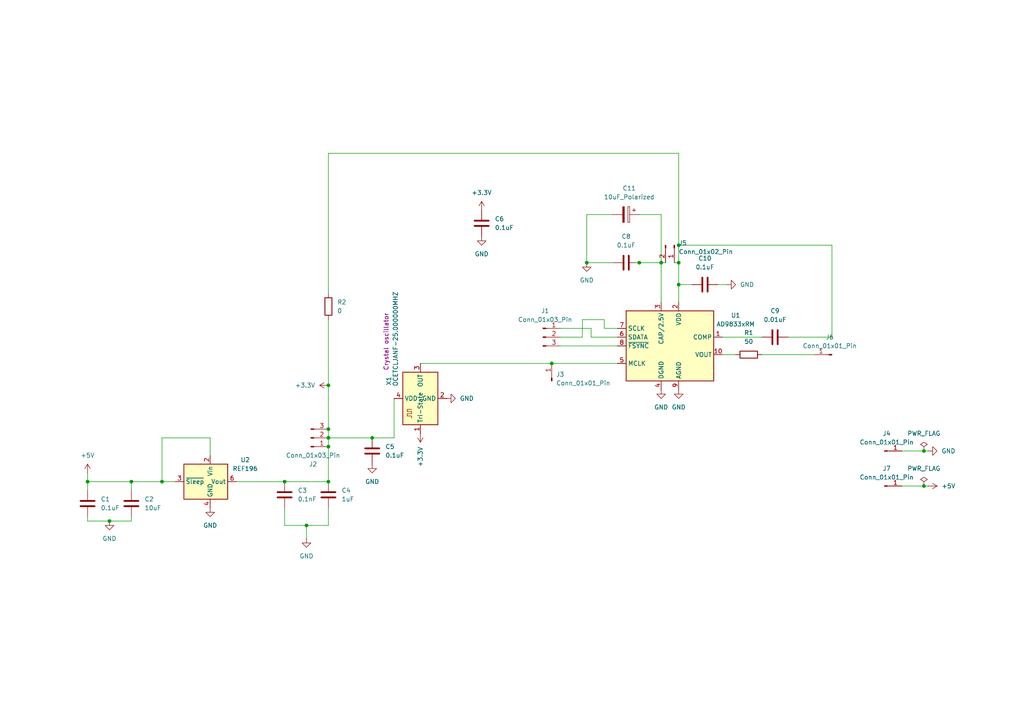
<source format=kicad_sch>
(kicad_sch (version 20231120) (generator "eeschema") (generator_version "8.0")
  (paper "A4")
  (lib_symbols
    (symbol "Connector:Conn_01x01_Pin" (pin_names (offset 1.016) hide)
      (property "Reference" "J" (at 0 2.54 0))
      (property "Value" "Conn_01x01_Pin" (at 0 -2.54 0))
      (symbol "Conn_01x01_Pin_1_1"
        (polyline (pts (xy 1.27 0) (xy 0.8636 0)) (stroke (width 0.1524)))
        (rectangle (start 0.8636 0.127) (end 0 -0.127) (stroke (width 0.1524)) (fill (type outline)))
        (pin passive line (at 5.08 0 180) (length 3.81) (name "Pin_1") (number "1"))
      )
    )
    (symbol "Connector:Conn_01x02_Pin" (pin_names (offset 1.016) hide)
      (property "Reference" "J" (at 0 2.54 0))
      (property "Value" "Conn_01x02_Pin" (at 0 -5.08 0))
      (symbol "Conn_01x02_Pin_1_1"
        (polyline (pts (xy 1.27 -2.54) (xy 0.8636 -2.54)) (stroke (width 0.1524)))
        (polyline (pts (xy 1.27 0) (xy 0.8636 0)) (stroke (width 0.1524)))
        (rectangle (start 0.8636 -2.413) (end 0 -2.667) (stroke (width 0.1524)) (fill (type outline)))
        (rectangle (start 0.8636 0.127) (end 0 -0.127) (stroke (width 0.1524)) (fill (type outline)))
        (pin passive line (at 5.08 0 180) (length 3.81) (name "Pin_1") (number "1"))
        (pin passive line (at 5.08 -2.54 180) (length 3.81) (name "Pin_2") (number "2"))
      )
    )
    (symbol "Connector:Conn_01x03_Pin" (pin_names (offset 1.016) hide)
      (property "Reference" "J" (at 0 5.08 0))
      (property "Value" "Conn_01x03_Pin" (at 0 -5.08 0))
      (symbol "Conn_01x03_Pin_1_1"
        (polyline (pts (xy 1.27 -2.54) (xy 0.8636 -2.54)) (stroke (width 0.1524)))
        (polyline (pts (xy 1.27 0) (xy 0.8636 0)) (stroke (width 0.1524)))
        (polyline (pts (xy 1.27 2.54) (xy 0.8636 2.54)) (stroke (width 0.1524)))
        (rectangle (start 0.8636 -2.413) (end 0 -2.667) (stroke (width 0.1524)) (fill (type outline)))
        (rectangle (start 0.8636 0.127) (end 0 -0.127) (stroke (width 0.1524)) (fill (type outline)))
        (rectangle (start 0.8636 2.667) (end 0 2.413) (stroke (width 0.1524)) (fill (type outline)))
        (pin passive line (at 5.08 2.54 180) (length 3.81) (name "Pin_1") (number "1"))
        (pin passive line (at 5.08 0 180) (length 3.81) (name "Pin_2") (number "2"))
        (pin passive line (at 5.08 -2.54 180) (length 3.81) (name "Pin_3") (number "3"))
      )
    )
    (symbol "Device:C" (pin_numbers hide) (pin_names (offset 0.254))
      (property "Reference" "C" (at 0.635 2.54 0))
      (property "Value" "C" (at 0.635 -2.54 0))
      (symbol "C_0_1"
        (polyline (pts (xy -2.032 -0.762) (xy 2.032 -0.762)) (stroke (width 0.508)))
        (polyline (pts (xy -2.032 0.762) (xy 2.032 0.762)) (stroke (width 0.508)))
      )
      (symbol "C_1_1"
        (pin passive line (at 0 3.81 270) (length 2.794) (name "~") (number "1"))
        (pin passive line (at 0 -3.81 90) (length 2.794) (name "~") (number "2"))
      )
    )
    (symbol "Device:C_Polarized" (pin_numbers hide) (pin_names (offset 0.254))
      (property "Reference" "C" (at 0.635 2.54 0))
      (property "Value" "C_Polarized" (at 0.635 -2.54 0))
      (symbol "C_Polarized_0_1"
        (rectangle (start -2.286 0.508) (end 2.286 1.016))
        (polyline (pts (xy -1.778 2.286) (xy -0.762 2.286)))
        (polyline (pts (xy -1.27 2.794) (xy -1.27 1.778)))
        (rectangle (start 2.286 -0.508) (end -2.286 -1.016) (fill (type outline)))
      )
      (symbol "C_Polarized_1_1"
        (pin passive line (at 0 3.81 270) (length 2.794) (name "~") (number "1"))
        (pin passive line (at 0 -3.81 90) (length 2.794) (name "~") (number "2"))
      )
    )
    (symbol "Device:R" (pin_numbers hide) (pin_names (offset 0))
      (property "Reference" "R" (at 2.032 0 90))
      (property "Value" "R" (at 0 0 90))
      (symbol "R_0_1"
        (rectangle (start -1.016 -2.54) (end 1.016 2.54) (stroke (width 0.254)))
      )
      (symbol "R_1_1"
        (pin passive line (at 0 3.81 270) (length 1.27) (name "~") (number "1"))
        (pin passive line (at 0 -3.81 90) (length 1.27) (name "~") (number "2"))
      )
    )
    (symbol "Interface:AD9833xRM"
      (property "Reference" "U" (at -12.7 11.43 0))
      (property "Value" "AD9833xRM" (at 5.08 11.43 0))
      (symbol "AD9833xRM_0_1"
        (rectangle (start -12.7 10.16) (end 12.7 -10.16) (stroke (width 0.254)) (fill (type background)))
      )
      (symbol "AD9833xRM_1_1"
        (pin passive line (at 15.24 2.54 180) (length 2.54) (name "COMP") (number "1"))
        (pin output line (at 15.24 -2.54 180) (length 2.54) (name "VOUT") (number "10"))
        (pin power_in line (at 2.54 12.7 270) (length 2.54) (name "VDD") (number "2"))
        (pin power_in line (at -2.54 12.7 270) (length 2.54) (name "CAP/2.5V") (number "3"))
        (pin power_in line (at -2.54 -12.7 90) (length 2.54) (name "DGND") (number "4"))
        (pin input line (at -15.24 -5.08 0) (length 2.54) (name "MCLK") (number "5"))
        (pin input line (at -15.24 2.54 0) (length 2.54) (name "SDATA") (number "6"))
        (pin input line (at -15.24 5.08 0) (length 2.54) (name "SCLK") (number "7"))
        (pin input line (at -15.24 0 0) (length 2.54) (name "~{FSYNC}") (number "8"))
        (pin power_in line (at 2.54 -12.7 90) (length 2.54) (name "AGND") (number "9"))
      )
    )
    (symbol "LouisCustom:OCETCLJANF"
      (property "Reference" "X" (at 0 0 0))
      (symbol "OCETCLJANF_0_1"
        (rectangle (start -3.81 -2.54) (end 11.43 -12.7) (stroke (width 0.254)) (fill (type background)))
        (polyline (pts (xy -1.905 -5.08) (xy -1.27 -5.08) (xy -1.27 -3.81) (xy -0.635 -3.81) (xy -0.635 -5.08) (xy 0 -5.08) (xy 0 -3.81) (xy 0.635 -3.81) (xy 0.635 -5.08)))
      )
      (symbol "OCETCLJANF_1_1"
        (pin input line (at -6.35 -7.62 0) (length 2.54) (name "Tri-State") (number "1"))
        (pin power_in line (at 3.81 -15.24 90) (length 2.54) (name "GND") (number "2"))
        (pin output line (at 13.97 -7.62 180) (length 2.54) (name "OUT") (number "3"))
        (pin power_in line (at 3.81 0 270) (length 2.54) (name "VDD") (number "4"))
      )
    )
    (symbol "Reference_Voltage:REF196"
      (property "Reference" "U" (at 2.54 8.89 0))
      (property "Value" "REF196" (at 1.27 6.35 0))
      (symbol "REF196_0_1"
        (rectangle (start -7.62 5.08) (end 5.08 -5.08) (stroke (width 0.254)) (fill (type background)))
      )
      (symbol "REF196_1_1"
        (pin no_connect line (at -7.62 2.54 0) (length 2.54) hide (name "TP") (number "1"))
        (pin power_in line (at 0 7.62 270) (length 2.54) (name "Vin") (number "2"))
        (pin input line (at -10.16 0 0) (length 2.54) (name "~{Sleep}") (number "3"))
        (pin power_in line (at 0 -7.62 90) (length 2.54) (name "GND") (number "4"))
        (pin no_connect line (at -5.08 -5.08 90) (length 2.54) hide (name "TP") (number "5"))
        (pin power_out line (at 7.62 0 180) (length 2.54) (name "Vout") (number "6"))
        (pin no_connect line (at -2.54 -5.08 90) (length 2.54) hide (name "NC") (number "7"))
        (pin no_connect line (at 2.54 -5.08 90) (length 2.54) hide (name "NC") (number "8"))
      )
    )
    (symbol "power:+3.3V" (power) (pin_numbers hide) (pin_names (offset 0) hide)
      (property "Value" "+3.3V" (at 0 3.556 0))
      (symbol "+3.3V_0_1"
        (polyline (pts (xy -0.762 1.27) (xy 0 2.54)))
        (polyline (pts (xy 0 0) (xy 0 2.54)))
        (polyline (pts (xy 0 2.54) (xy 0.762 1.27)))
      )
      (symbol "+3.3V_1_1"
        (pin power_in line (at 0 0 90) (length 0) (name "~") (number "1"))
      )
    )
    (symbol "power:+5V" (power) (pin_numbers hide) (pin_names (offset 0) hide)
      (property "Value" "+5V" (at 0 3.556 0))
      (symbol "+5V_0_1"
        (polyline (pts (xy -0.762 1.27) (xy 0 2.54)))
        (polyline (pts (xy 0 0) (xy 0 2.54)))
        (polyline (pts (xy 0 2.54) (xy 0.762 1.27)))
      )
      (symbol "+5V_1_1"
        (pin power_in line (at 0 0 90) (length 0) (name "~") (number "1"))
      )
    )
    (symbol "power:GND" (power) (pin_numbers hide) (pin_names (offset 0) hide)
      (property "Value" "GND" (at 0 -3.81 0))
      (symbol "GND_0_1"
        (polyline (pts (xy 0 0) (xy 0 -1.27) (xy 1.27 -1.27) (xy 0 -2.54) (xy -1.27 -1.27) (xy 0 -1.27)))
      )
      (symbol "GND_1_1"
        (pin power_in line (at 0 0 270) (length 0) (name "~") (number "1"))
      )
    )
    (symbol "power:PWR_FLAG" (power) (pin_numbers hide) (pin_names (offset 0) hide)
      (property "Value" "PWR_FLAG" (at 0 3.81 0))
      (symbol "PWR_FLAG_0_0"
        (pin power_out line (at 0 0 90) (length 0) (name "~") (number "1"))
      )
      (symbol "PWR_FLAG_0_1"
        (polyline (pts (xy 0 0) (xy 0 1.27) (xy -1.016 1.905) (xy 0 2.54) (xy 1.016 1.905) (xy 0 1.27)))
      )
    )
  )
  (junction (at 95.25 139.7))
  (junction (at 82.55 139.7))
  (junction (at 267.97 130.81))
  (junction (at 38.1 139.7))
  (junction (at 267.97 140.97))
  (junction (at 196.85 76.2))
  (junction (at 46.99 139.7))
  (junction (at 107.95 127))
  (junction (at 191.77 76.2))
  (junction (at 160.02 105.41))
  (junction (at 25.4 139.7))
  (junction (at 95.25 124.46))
  (junction (at 196.85 71.12))
  (junction (at 88.9 152.4))
  (junction (at 31.75 151.13))
  (junction (at 95.25 129.54))
  (junction (at 95.25 111.76))
  (junction (at 170.18 76.2))
  (junction (at 185.42 76.2))
  (junction (at 196.85 82.55))
  (junction (at 95.25 127))
  (wire (pts (xy 95.25 124.46) (xy 95.25 127)))
  (wire (pts (xy 31.75 151.13) (xy 38.1 151.13)))
  (wire (pts (xy 25.4 151.13) (xy 31.75 151.13)))
  (wire (pts (xy 46.99 127) (xy 46.99 139.7)))
  (wire (pts (xy 267.97 140.97) (xy 269.24 140.97)))
  (wire (pts (xy 191.77 62.23) (xy 185.42 62.23)))
  (wire (pts (xy 160.02 105.41) (xy 179.07 105.41)))
  (wire (pts (xy 25.4 139.7) (xy 38.1 139.7)))
  (wire (pts (xy 185.42 76.2) (xy 191.77 76.2)))
  (wire (pts (xy 95.25 44.45) (xy 95.25 85.09)))
  (wire (pts (xy 88.9 152.4) (xy 88.9 156.21)))
  (wire (pts (xy 170.18 76.2) (xy 177.8 76.2)))
  (wire (pts (xy 213.36 102.87) (xy 209.55 102.87)))
  (wire (pts (xy 267.97 130.81) (xy 269.24 130.81)))
  (wire (pts (xy 114.3 115.57) (xy 114.3 127)))
  (wire (pts (xy 60.96 132.08) (xy 60.96 127)))
  (wire (pts (xy 168.91 92.71) (xy 175.26 92.71)))
  (wire (pts (xy 179.07 97.79) (xy 171.45 97.79)))
  (wire (pts (xy 196.85 82.55) (xy 200.66 82.55)))
  (wire (pts (xy 68.58 139.7) (xy 82.55 139.7)))
  (wire (pts (xy 196.85 71.12) (xy 241.3 71.12)))
  (wire (pts (xy 261.62 130.81) (xy 267.97 130.81)))
  (wire (pts (xy 241.3 97.79) (xy 228.6 97.79)))
  (wire (pts (xy 95.25 127) (xy 107.95 127)))
  (wire (pts (xy 95.25 44.45) (xy 196.85 44.45)))
  (wire (pts (xy 220.98 102.87) (xy 236.22 102.87)))
  (wire (pts (xy 170.18 62.23) (xy 170.18 76.2)))
  (wire (pts (xy 209.55 97.79) (xy 220.98 97.79)))
  (wire (pts (xy 95.25 147.32) (xy 95.25 152.4)))
  (wire (pts (xy 195.58 76.2) (xy 196.85 76.2)))
  (wire (pts (xy 82.55 152.4) (xy 82.55 147.32)))
  (wire (pts (xy 95.25 111.76) (xy 95.25 124.46)))
  (wire (pts (xy 175.26 92.71) (xy 175.26 95.25)))
  (wire (pts (xy 241.3 71.12) (xy 241.3 97.79)))
  (wire (pts (xy 95.25 92.71) (xy 95.25 111.76)))
  (wire (pts (xy 38.1 139.7) (xy 38.1 142.24)))
  (wire (pts (xy 168.91 97.79) (xy 168.91 92.71)))
  (wire (pts (xy 107.95 127) (xy 114.3 127)))
  (wire (pts (xy 38.1 149.86) (xy 38.1 151.13)))
  (wire (pts (xy 38.1 139.7) (xy 46.99 139.7)))
  (wire (pts (xy 171.45 97.79) (xy 171.45 95.25)))
  (wire (pts (xy 191.77 76.2) (xy 193.04 76.2)))
  (wire (pts (xy 25.4 137.16) (xy 25.4 139.7)))
  (wire (pts (xy 208.28 82.55) (xy 210.82 82.55)))
  (wire (pts (xy 88.9 152.4) (xy 82.55 152.4)))
  (wire (pts (xy 261.62 140.97) (xy 267.97 140.97)))
  (wire (pts (xy 196.85 44.45) (xy 196.85 71.12)))
  (wire (pts (xy 191.77 87.63) (xy 191.77 76.2)))
  (wire (pts (xy 162.56 100.33) (xy 179.07 100.33)))
  (wire (pts (xy 177.8 62.23) (xy 170.18 62.23)))
  (wire (pts (xy 82.55 139.7) (xy 95.25 139.7)))
  (wire (pts (xy 184.15 76.2) (xy 185.42 76.2)))
  (wire (pts (xy 175.26 95.25) (xy 179.07 95.25)))
  (wire (pts (xy 171.45 95.25) (xy 162.56 95.25)))
  (wire (pts (xy 46.99 139.7) (xy 50.8 139.7)))
  (wire (pts (xy 60.96 127) (xy 46.99 127)))
  (wire (pts (xy 196.85 76.2) (xy 196.85 71.12)))
  (wire (pts (xy 25.4 142.24) (xy 25.4 139.7)))
  (wire (pts (xy 191.77 76.2) (xy 191.77 62.23)))
  (wire (pts (xy 121.92 105.41) (xy 160.02 105.41)))
  (wire (pts (xy 95.25 152.4) (xy 88.9 152.4)))
  (wire (pts (xy 162.56 97.79) (xy 168.91 97.79)))
  (wire (pts (xy 95.25 127) (xy 95.25 129.54)))
  (wire (pts (xy 196.85 82.55) (xy 196.85 76.2)))
  (wire (pts (xy 196.85 87.63) (xy 196.85 82.55)))
  (wire (pts (xy 95.25 129.54) (xy 95.25 139.7)))
  (wire (pts (xy 25.4 149.86) (xy 25.4 151.13)))
  (symbol (lib_id "Connector:Conn_01x01_Pin") (at 241.3 102.87 180) (unit 1)
    (property "Reference" "J6" (at 240.665 97.79 0))
    (property "Value" "Conn_01x01_Pin" (at 240.665 100.33 0))
    (property "Footprint" "Connector_PinHeader_2.54mm:PinHeader_1x01_P2.54mm_Vertical" (effects (hide yes)))
    (property "Description" "Generic connector, single row, 01x01, script generated" (effects (hide yes)))
  )
  (symbol (lib_id "Connector:Conn_01x01_Pin") (at 160.02 110.49 90) (unit 1)
    (property "Reference" "J3" (at 161.29 108.5849 90) (effects (justify right)))
    (property "Value" "Conn_01x01_Pin" (at 161.29 111.1249 90) (effects (justify right)))
    (property "Footprint" "Connector_PinHeader_2.54mm:PinHeader_1x01_P2.54mm_Vertical" (effects (hide yes)))
    (property "Description" "Generic connector, single row, 01x01, script generated" (effects (hide yes)))
  )
  (symbol (lib_id "Device:R") (at 95.25 88.9 0) (unit 1)
    (property "Reference" "R2" (at 97.79 87.6299 0) (effects (justify left)))
    (property "Value" "0" (at 97.79 90.1699 0) (effects (justify left)))
    (property "Footprint" "Resistor_SMD:R_2512_6332Metric" (effects (hide yes)))
    (property "Description" "Resistor" (effects (hide yes)))
  )
  (symbol (lib_id "power:+5V") (at 269.24 140.97 270) (unit 1)
    (property "Reference" "#PWR018" (effects (hide yes)))
    (property "Value" "+5V" (at 273.05 140.9699 90) (effects (justify left)))
    (property "Description" "Power symbol creates a global label with name \"+5V\"" (effects (hide yes)))
  )
  (symbol (lib_id "Connector:Conn_01x01_Pin") (at 256.54 130.81 0) (unit 1)
    (property "Reference" "J4" (at 257.175 125.73 0))
    (property "Value" "Conn_01x01_Pin" (at 257.175 128.27 0))
    (property "Footprint" "Connector_PinHeader_2.54mm:PinHeader_1x01_P2.54mm_Vertical" (effects (hide yes)))
    (property "Description" "Generic connector, single row, 01x01, script generated" (effects (hide yes)))
  )
  (symbol (lib_id "Reference_Voltage:REF196") (at 60.96 139.7 0) (unit 1)
    (property "Reference" "U2" (at 71.12 133.3814 0))
    (property "Value" "REF196" (at 71.12 135.9214 0))
    (property "Footprint" "Package_SO:SOIC-8_3.9x4.9mm_P1.27mm" (effects (hide yes)))
    (property "Datasheet" "https://www.analog.com/static/imported-files/data_sheets/REF19xSeries.pdf" (effects (hide yes)))
    (property "Description" "Precision voltage references 3.3V, DIP-8/SO-8/TSSOP-8" (effects (hide yes)))
  )
  (symbol (lib_id "Device:C") (at 204.47 82.55 90) (unit 1)
    (property "Reference" "C10" (at 204.47 74.93 90))
    (property "Value" "0.1uF" (at 204.47 77.47 90))
    (property "Footprint" "Capacitor_SMD:C_0805_2012Metric" (effects (hide yes)))
    (property "Description" "Unpolarized capacitor" (effects (hide yes)))
  )
  (symbol (lib_id "Device:C") (at 139.7 64.77 0) (unit 1)
    (property "Reference" "C6" (at 143.51 63.4999 0) (effects (justify left)))
    (property "Value" "0.1uF" (at 143.51 66.0399 0) (effects (justify left)))
    (property "Footprint" "Capacitor_SMD:C_0805_2012Metric" (effects (hide yes)))
    (property "Description" "Unpolarized capacitor" (effects (hide yes)))
  )
  (symbol (lib_id "Device:C") (at 82.55 143.51 0) (unit 1)
    (property "Reference" "C3" (at 86.36 142.2399 0) (effects (justify left)))
    (property "Value" "0.1nF" (at 86.36 144.7799 0) (effects (justify left)))
    (property "Footprint" "Capacitor_SMD:C_0805_2012Metric" (effects (hide yes)))
    (property "Description" "Unpolarized capacitor" (effects (hide yes)))
  )
  (symbol (lib_id "Connector:Conn_01x02_Pin") (at 195.58 71.12 270) (unit 1)
    (property "Reference" "J5" (at 196.85 70.4849 90) (effects (justify left)))
    (property "Value" "Conn_01x02_Pin" (at 196.85 73.0249 90) (effects (justify left)))
    (property "Footprint" "Connector_PinHeader_2.54mm:PinHeader_1x02_P2.54mm_Vertical" (effects (hide yes)))
    (property "Description" "Generic connector, single row, 01x02, script generated" (effects (hide yes)))
  )
  (symbol (lib_id "Device:C") (at 181.61 76.2 90) (unit 1)
    (property "Reference" "C8" (at 181.61 68.58 90))
    (property "Value" "0.1uF" (at 181.61 71.12 90))
    (property "Footprint" "Capacitor_SMD:C_0805_2012Metric" (effects (hide yes)))
    (property "Description" "Unpolarized capacitor" (effects (hide yes)))
  )
  (symbol (lib_id "power:GND") (at 60.96 147.32 0) (unit 1)
    (property "Reference" "#PWR04" (effects (hide yes)))
    (property "Value" "GND" (at 60.96 152.4 0))
    (property "Description" "Power symbol creates a global label with name \"GND\" , ground" (effects (hide yes)))
  )
  (symbol (lib_id "Device:C") (at 38.1 146.05 0) (unit 1)
    (property "Reference" "C2" (at 41.91 144.7799 0) (effects (justify left)))
    (property "Value" "10uF" (at 41.91 147.3199 0) (effects (justify left)))
    (property "Footprint" "Capacitor_SMD:C_1206_3216Metric" (effects (hide yes)))
    (property "Description" "Unpolarized capacitor" (effects (hide yes)))
  )
  (symbol (lib_id "Connector:Conn_01x01_Pin") (at 256.54 140.97 0) (unit 1)
    (property "Reference" "J7" (at 257.175 135.89 0))
    (property "Value" "Conn_01x01_Pin" (at 257.175 138.43 0))
    (property "Footprint" "Connector_PinHeader_2.54mm:PinHeader_1x01_P2.54mm_Vertical" (effects (hide yes)))
    (property "Description" "Generic connector, single row, 01x01, script generated" (effects (hide yes)))
  )
  (symbol (lib_id "power:GND") (at 191.77 113.03 0) (unit 1)
    (property "Reference" "#PWR019" (effects (hide yes)))
    (property "Value" "GND" (at 191.77 118.11 0))
    (property "Description" "Power symbol creates a global label with name \"GND\" , ground" (effects (hide yes)))
  )
  (symbol (lib_id "power:GND") (at 88.9 156.21 0) (unit 1)
    (property "Reference" "#PWR07" (effects (hide yes)))
    (property "Value" "GND" (at 88.9 161.29 0))
    (property "Description" "Power symbol creates a global label with name \"GND\" , ground" (effects (hide yes)))
  )
  (symbol (lib_id "power:GND") (at 196.85 113.03 0) (unit 1)
    (property "Reference" "#PWR014" (effects (hide yes)))
    (property "Value" "GND" (at 196.85 118.11 0))
    (property "Description" "Power symbol creates a global label with name \"GND\" , ground" (effects (hide yes)))
  )
  (symbol (lib_id "power:GND") (at 210.82 82.55 90) (unit 1)
    (property "Reference" "#PWR01" (effects (hide yes)))
    (property "Value" "GND" (at 214.63 82.5499 90) (effects (justify right)))
    (property "Description" "Power symbol creates a global label with name \"GND\" , ground" (effects (hide yes)))
  )
  (symbol (lib_id "power:GND") (at 269.24 130.81 90) (unit 1)
    (property "Reference" "#PWR012" (effects (hide yes)))
    (property "Value" "GND" (at 273.05 130.8099 90) (effects (justify right)))
    (property "Description" "Power symbol creates a global label with name \"GND\" , ground" (effects (hide yes)))
  )
  (symbol (lib_id "power:+3.3V") (at 95.25 111.76 90) (unit 1)
    (property "Reference" "#PWR010" (effects (hide yes)))
    (property "Value" "+3.3V" (at 91.44 111.7599 90) (effects (justify left)))
    (property "Description" "Power symbol creates a global label with name \"+3.3V\"" (effects (hide yes)))
  )
  (symbol (lib_id "power:+3.3V") (at 139.7 60.96 0) (unit 1)
    (property "Reference" "#PWR013" (effects (hide yes)))
    (property "Value" "+3.3V" (at 139.7 55.88 0))
    (property "Description" "Power symbol creates a global label with name \"+3.3V\"" (effects (hide yes)))
  )
  (symbol (lib_id "power:GND") (at 170.18 76.2 0) (unit 1)
    (property "Reference" "#PWR02" (effects (hide yes)))
    (property "Value" "GND" (at 170.18 81.28 0))
    (property "Description" "Power symbol creates a global label with name \"GND\" , ground" (effects (hide yes)))
  )
  (symbol (lib_id "power:+5V") (at 25.4 137.16 0) (unit 1)
    (property "Reference" "#PWR06" (effects (hide yes)))
    (property "Value" "+5V" (at 25.4 132.08 0))
    (property "Description" "Power symbol creates a global label with name \"+5V\"" (effects (hide yes)))
  )
  (symbol (lib_id "power:GND") (at 139.7 68.58 0) (unit 1)
    (property "Reference" "#PWR03" (effects (hide yes)))
    (property "Value" "GND" (at 139.7 73.66 0))
    (property "Description" "Power symbol creates a global label with name \"GND\" , ground" (effects (hide yes)))
  )
  (symbol (lib_id "Device:C") (at 95.25 143.51 0) (unit 1)
    (property "Reference" "C4" (at 99.06 142.2399 0) (effects (justify left)))
    (property "Value" "1uF" (at 99.06 144.7799 0) (effects (justify left)))
    (property "Footprint" "Capacitor_SMD:C_0402_1005Metric" (effects (hide yes)))
    (property "Description" "Unpolarized capacitor" (effects (hide yes)))
  )
  (symbol (lib_id "Connector:Conn_01x03_Pin") (at 157.48 97.79 0) (unit 1)
    (property "Reference" "J1" (at 158.115 90.17 0))
    (property "Value" "Conn_01x03_Pin" (at 158.115 92.71 0))
    (property "Footprint" "Connector_PinHeader_2.54mm:PinHeader_1x03_P2.54mm_Vertical" (effects (hide yes)))
    (property "Description" "Generic connector, single row, 01x03, script generated" (effects (hide yes)))
  )
  (symbol (lib_id "LouisCustom:OCETCLJANF") (at 114.3 119.38 90) (unit 1)
    (property "Reference" "X1" (at 112.776 110.49 0))
    (property "Value" "OCETCLJANF-25.000000MHZ" (at 114.7125 98.298 0))
    (property "Footprint" "Crystal:Crystal_SMD_7050-4Pin_7.0x5.0mm" (effects (hide yes)))
    (property "Datasheet" "https://wmsc.lcsc.com/wmsc/upload/file/pdf/v2/lcsc/2304140030_TAITIEN-Elec-OCETCLJANF-25-000000MHZ_C558756.pdf" (effects (hide yes)))
    (property "Description" "Crystal oscillator" (at 112.014 99.06 0))
  )
  (symbol (lib_id "Device:C_Polarized") (at 181.61 62.23 270) (unit 1)
    (property "Reference" "C11" (at 182.499 54.61 90))
    (property "Value" "10uF_Polarized" (at 182.499 57.15 90))
    (property "Footprint" "Capacitor_SMD:CP_Elec_5x5.4" (effects (hide yes)))
    (property "Description" "Polarized capacitor" (effects (hide yes)))
  )
  (symbol (lib_id "Device:C") (at 25.4 146.05 0) (unit 1)
    (property "Reference" "C1" (at 29.21 144.7799 0) (effects (justify left)))
    (property "Value" "0.1uF" (at 29.21 147.3199 0) (effects (justify left)))
    (property "Footprint" "Capacitor_SMD:C_0805_2012Metric" (effects (hide yes)))
    (property "Description" "Unpolarized capacitor" (effects (hide yes)))
  )
  (symbol (lib_id "Device:C") (at 224.79 97.79 90) (unit 1)
    (property "Reference" "C9" (at 224.79 90.17 90))
    (property "Value" "0.01uF" (at 224.79 92.71 90))
    (property "Footprint" "Capacitor_SMD:C_1206_3216Metric" (effects (hide yes)))
    (property "Description" "Unpolarized capacitor" (effects (hide yes)))
  )
  (symbol (lib_id "power:PWR_FLAG") (at 267.97 140.97 0) (unit 1)
    (property "Reference" "#FLG01" (effects (hide yes)))
    (property "Value" "PWR_FLAG" (at 267.97 135.89 0))
    (property "Description" "Special symbol for telling ERC where power comes from" (effects (hide yes)))
  )
  (symbol (lib_id "Interface:AD9833xRM") (at 194.31 100.33 0) (unit 1)
    (property "Reference" "U1" (at 213.36 91.4714 0))
    (property "Value" "AD9833xRM" (at 213.36 94.0114 0))
    (property "Footprint" "Package_SO:MSOP-10_3x3mm_P0.5mm" (effects (hide yes)))
    (property "Datasheet" "https://www.analog.com/media/en/technical-documentation/data-sheets/ad9833.pdf" (effects (hide yes)))
    (property "Description" "10 bit 25 MHz Programmable Waveform Generator, 2.3V to 5.5V, 12.65mW, MSOP-10" (effects (hide yes)))
  )
  (symbol (lib_id "power:GND") (at 129.54 115.57 90) (unit 1)
    (property "Reference" "#PWR08" (effects (hide yes)))
    (property "Value" "GND" (at 133.35 115.5699 90) (effects (justify right)))
    (property "Description" "Power symbol creates a global label with name \"GND\" , ground" (effects (hide yes)))
  )
  (symbol (lib_id "power:GND") (at 31.75 151.13 0) (unit 1)
    (property "Reference" "#PWR05" (effects (hide yes)))
    (property "Value" "GND" (at 31.75 156.21 0))
    (property "Description" "Power symbol creates a global label with name \"GND\" , ground" (effects (hide yes)))
  )
  (symbol (lib_id "Device:R") (at 217.17 102.87 270) (unit 1)
    (property "Reference" "R1" (at 217.17 96.52 90))
    (property "Value" "50" (at 217.17 99.06 90))
    (property "Footprint" "Resistor_SMD:R_0402_1005Metric" (effects (hide yes)))
    (property "Description" "Resistor" (effects (hide yes)))
  )
  (symbol (lib_id "power:PWR_FLAG") (at 267.97 130.81 0) (unit 1)
    (property "Reference" "#FLG03" (effects (hide yes)))
    (property "Value" "PWR_FLAG" (at 267.97 125.73 0))
    (property "Description" "Special symbol for telling ERC where power comes from" (effects (hide yes)))
  )
  (symbol (lib_id "Device:C") (at 107.95 130.81 0) (unit 1)
    (property "Reference" "C5" (at 111.76 129.5399 0) (effects (justify left)))
    (property "Value" "0.1uF" (at 111.76 132.0799 0) (effects (justify left)))
    (property "Footprint" "Capacitor_SMD:C_0805_2012Metric" (effects (hide yes)))
    (property "Description" "Unpolarized capacitor" (effects (hide yes)))
  )
  (symbol (lib_id "power:GND") (at 107.95 134.62 0) (unit 1)
    (property "Reference" "#PWR011" (effects (hide yes)))
    (property "Value" "GND" (at 107.95 139.7 0))
    (property "Description" "Power symbol creates a global label with name \"GND\" , ground" (effects (hide yes)))
  )
  (symbol (lib_id "Connector:Conn_01x03_Pin") (at 90.17 127 0) (mirror x) (unit 1)
    (property "Reference" "J2" (at 90.805 134.62 0))
    (property "Value" "Conn_01x03_Pin" (at 90.805 132.08 0))
    (property "Footprint" "Connector_PinHeader_2.54mm:PinHeader_1x03_P2.54mm_Vertical" (effects (hide yes)))
    (property "Description" "Generic connector, single row, 01x03, script generated" (effects (hide yes)))
  )
  (symbol (lib_id "power:+3.3V") (at 121.92 125.73 180) (unit 1)
    (property "Reference" "#PWR09" (effects (hide yes)))
    (property "Value" "+3.3V" (at 121.9199 129.54 90) (effects (justify left)))
    (property "Description" "Power symbol creates a global label with name \"+3.3V\"" (effects (hide yes)))
  )
)
</source>
